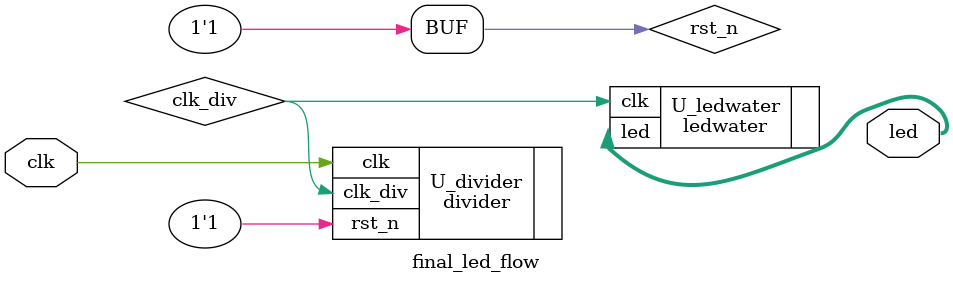
<source format=v>
`timescale 1ns / 1ps


module final_led_flow(
    led,clk
    );
    output[7:0] led; //¶¨ÒåLEDÊä³ö¿Ú
    input clk; //¶¨ÒåÊ±ÖÓÊäÈë¿Ú
    wire clk_div;
    reg rst_n;
    divider U_divider(.clk(clk),
                      .rst_n(rst_n),
                      .clk_div(clk_div));
    ledwater U_ledwater(.led(led),.clk(clk_div));
    initial begin
        rst_n=1;
    end
endmodule

</source>
